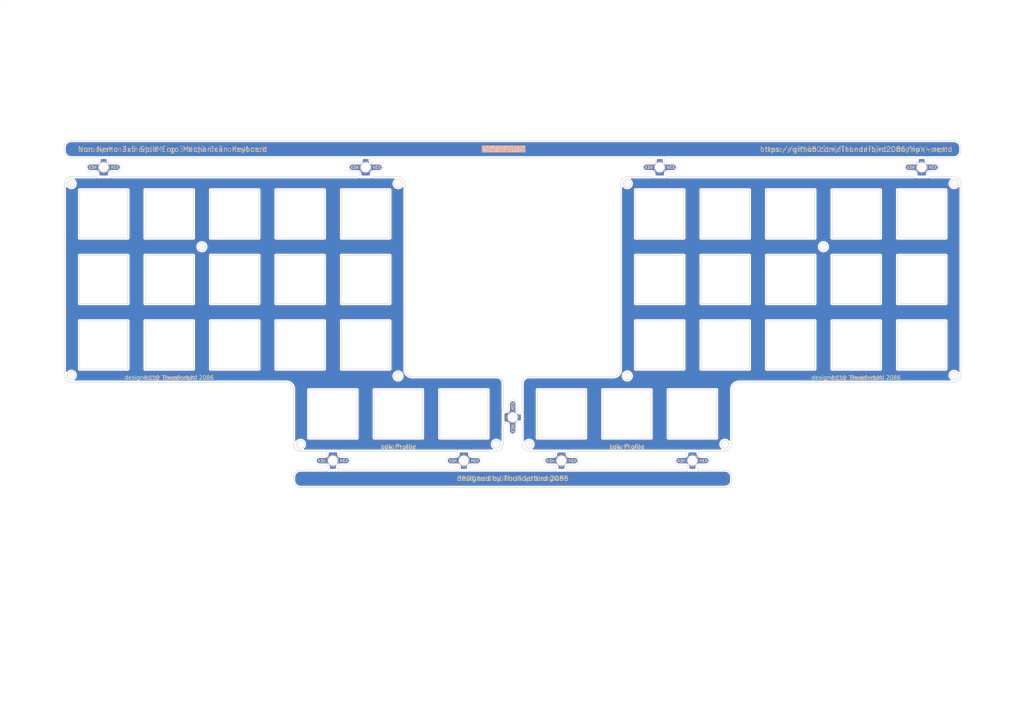
<source format=kicad_pcb>
(kicad_pcb (version 20240108) (generator "pcbnew") (generator_version "8.0")
  (title_block (title "top") (date "2025-04-06") (rev "0.1.6") (company "Allen Choi"))
  (layers (0 "F.Cu" signal) (31 "B.Cu" signal) (34 "B.Paste" user) (35 "F.Paste" user) (36 "B.SilkS" user "B.Silkscreen") (37 "F.SilkS" user "F.Silkscreen") (38 "B.Mask" user) (39 "F.Mask" user) (44 "Edge.Cuts" user))
  (net 0 "")
  (net 1 "GND")
  (footprint "mousebites_5p5mm_easysnap" (layer "F.Cu") (at 191.3 45.7 90)
    (property "Reference" "X9" (hide yes))
    (property "Value" "5.5mm" (hide yes))
    (fp_line (start -4 -3.9) (end -4 -2.4) (stroke (width 0.1)) (layer "Edge.Cuts"))
    (fp_line (start -1.5 -2.03) (end -1.5 -3.9) (stroke (width 0.1)) (layer "Edge.Cuts"))
    (fp_line (start -4 2.4) (end -4 3.9) (stroke (width 0.1)) (layer "Edge.Cuts"))
    (fp_line (start -1.5 3.9) (end -1.5 2.03) (stroke (width 0.1)) (layer "Edge.Cuts"))
    (fp_arc (start -4 -3.9) (mid -2.75 -5.15) (end -1.5 -3.9) (stroke (width 0.1)) (layer "Edge.Cuts"))
    (fp_arc (start -4 -2.4) (mid -4.75 -1.65) (end -5.5 -2.4) (stroke (width 0.1)) (layer "Edge.Cuts"))
    (fp_arc (start 0 -2.03) (mid -0.75 -1.28) (end -1.5 -2.03) (stroke (width 0.1)) (layer "Edge.Cuts"))
    (fp_arc (start -1.5 2.03) (mid -0.75 1.28) (end 0 2.03) (stroke (width 0.1)) (layer "Edge.Cuts"))
    (fp_arc (start -5.5 2.4) (mid -4.75 1.65) (end -4 2.4) (stroke (width 0.1)) (layer "Edge.Cuts"))
    (fp_arc (start -1.5 3.9) (mid -2.75 5.15) (end -4 3.9) (stroke (width 0.1)) (layer "Edge.Cuts"))
    (fp_text user "HEX" (at -2.75 -3.2 0) (layer "B.SilkS") (effects (font (size 0.8 0.8)) (justify mirror)))
    (fp_text user "HEX" (at -2.75 3.2 180) (layer "B.SilkS") (effects (font (size 0.8 0.8)) (justify mirror)))
    (fp_text user "HEX" (at -2.75 -3.2 180) (layer "F.SilkS") (effects (font (size 0.8 0.8))))
    (fp_text user "HEX" (at -2.75 3.2 0) (layer "F.SilkS") (effects (font (size 0.8 0.8))))
    (pad "" np_thru_hole circle (at -5.55 -1.48 270) (size 0.5 0.5) (drill 0.5) (layers "F&B.Cu" "*.Mask"))
    (pad "" np_thru_hole circle (at -5.55 -0.74 270) (size 0.5 0.5) (drill 0.5) (layers "F&B.Cu" "*.Mask"))
    (pad "" np_thru_hole circle (at -5.55 0 270) (size 0.5 0.5) (drill 0.5) (layers "F&B.Cu" "*.Mask"))
    (pad "" np_thru_hole circle (at -5.55 0.74 270) (size 0.5 0.5) (drill 0.5) (layers "F&B.Cu" "*.Mask"))
    (pad "" np_thru_hole circle (at -5.55 1.48 270) (size 0.5 0.5) (drill 0.5) (layers "F&B.Cu" "*.Mask"))
    (pad "" np_thru_hole circle (at -2.75 0 270) (size 2.4 2.4) (drill 2.4) (layers "F&B.Cu" "*.Mask"))
    (pad "" np_thru_hole circle (at 0.05 -1.11 90) (size 0.5 0.5) (drill 0.5) (layers "F&B.Cu" "*.Mask"))
    (pad "" np_thru_hole circle (at 0.05 -0.37 90) (size 0.5 0.5) (drill 0.5) (layers "F&B.Cu" "*.Mask"))
    (pad "" np_thru_hole circle (at 0.05 0.37 90) (size 0.5 0.5) (drill 0.5) (layers "F&B.Cu" "*.Mask"))
    (pad "" np_thru_hole circle (at 0.05 1.11 90) (size 0.5 0.5) (drill 0.5) (layers "F&B.Cu" "*.Mask"))
  )
  (footprint "mousebites_5p5mm_easysnap" (layer "F.Cu") (at 96.5 136.3 -90)
    (property "Reference" "X2" (hide yes))
    (property "Value" "5.5mm" (hide yes))
    (fp_line (start -1.5 3.9) (end -1.5 2.03) (stroke (width 0.1)) (layer "Edge.Cuts"))
    (fp_line (start -4 2.4) (end -4 3.9) (stroke (width 0.1)) (layer "Edge.Cuts"))
    (fp_line (start -1.5 -2.03) (end -1.5 -3.9) (stroke (width 0.1)) (layer "Edge.Cuts"))
    (fp_line (start -4 -3.9) (end -4 -2.4) (stroke (width 0.1)) (layer "Edge.Cuts"))
    (fp_arc (start -1.5 3.9) (mid -2.75 5.15) (end -4 3.9) (stroke (width 0.1)) (layer "Edge.Cuts"))
    (fp_arc (start -5.5 2.4) (mid -4.75 1.65) (end -4 2.4) (stroke (width 0.1)) (layer "Edge.Cuts"))
    (fp_arc (start -1.5 2.03) (mid -0.75 1.28) (end 0 2.03) (stroke (width 0.1)) (layer "Edge.Cuts"))
    (fp_arc (start 0 -2.03) (mid -0.75 -1.28) (end -1.5 -2.03) (stroke (width 0.1)) (layer "Edge.Cuts"))
    (fp_arc (start -4 -2.4) (mid -4.75 -1.65) (end -5.5 -2.4) (stroke (width 0.1)) (layer "Edge.Cuts"))
    (fp_arc (start -4 -3.9) (mid -2.75 -5.15) (end -1.5 -3.9) (stroke (width 0.1)) (layer "Edge.Cuts"))
    (fp_text user "HEX" (at -2.75 3.2 0) (layer "B.SilkS") (effects (font (size 0.8 0.8)) (justify mirror)))
    (fp_text user "HEX" (at -2.75 -3.2 180) (layer "B.SilkS") (effects (font (size 0.8 0.8)) (justify mirror)))
    (fp_text user "HEX" (at -2.75 3.2 180) (layer "F.SilkS") (effects (font (size 0.8 0.8))))
    (fp_text user "HEX" (at -2.75 -3.2 0) (layer "F.SilkS") (effects (font (size 0.8 0.8))))
    (pad "" np_thru_hole circle (at -5.55 -1.48 90) (size 0.5 0.5) (drill 0.5) (layers "F&B.Cu" "*.Mask"))
    (pad "" np_thru_hole circle (at -5.55 -0.74 90) (size 0.5 0.5) (drill 0.5) (layers "F&B.Cu" "*.Mask"))
    (pad "" np_thru_hole circle (at -5.55 0 90) (size 0.5 0.5) (drill 0.5) (layers "F&B.Cu" "*.Mask"))
    (pad "" np_thru_hole circle (at -5.55 0.74 90) (size 0.5 0.5) (drill 0.5) (layers "F&B.Cu" "*.Mask"))
    (pad "" np_thru_hole circle (at -5.55 1.48 90) (size 0.5 0.5) (drill 0.5) (layers "F&B.Cu" "*.Mask"))
    (pad "" np_thru_hole circle (at -2.75 0 90) (size 2.4 2.4) (drill 2.4) (layers "F&B.Cu" "*.Mask"))
    (pad "" np_thru_hole circle (at 0.05 -1.11 270) (size 0.5 0.5) (drill 0.5) (layers "F&B.Cu" "*.Mask"))
    (pad "" np_thru_hole circle (at 0.05 -0.37 270) (size 0.5 0.5) (drill 0.5) (layers "F&B.Cu" "*.Mask"))
    (pad "" np_thru_hole circle (at 0.05 0.37 270) (size 0.5 0.5) (drill 0.5) (layers "F&B.Cu" "*.Mask"))
    (pad "" np_thru_hole circle (at 0.05 1.11 270) (size 0.5 0.5) (drill 0.5) (layers "F&B.Cu" "*.Mask"))
  )
  (footprint "mousebites_5p5mm_easysnap" (layer "F.Cu") (at 30 45.7 90)
    (property "Reference" "X6" (hide yes))
    (property "Value" "5.5mm" (hide yes))
    (fp_line (start -4 -3.9) (end -4 -2.4) (stroke (width 0.1)) (layer "Edge.Cuts"))
    (fp_line (start -1.5 -2.03) (end -1.5 -3.9) (stroke (width 0.1)) (layer "Edge.Cuts"))
    (fp_line (start -4 2.4) (end -4 3.9) (stroke (width 0.1)) (layer "Edge.Cuts"))
    (fp_line (start -1.5 3.9) (end -1.5 2.03) (stroke (width 0.1)) (layer "Edge.Cuts"))
    (fp_arc (start -4 -3.9) (mid -2.75 -5.15) (end -1.5 -3.9) (stroke (width 0.1)) (layer "Edge.Cuts"))
    (fp_arc (start -4 -2.4) (mid -4.75 -1.65) (end -5.5 -2.4) (stroke (width 0.1)) (layer "Edge.Cuts"))
    (fp_arc (start 0 -2.03) (mid -0.75 -1.28) (end -1.5 -2.03) (stroke (width 0.1)) (layer "Edge.Cuts"))
    (fp_arc (start -1.5 2.03) (mid -0.75 1.28) (end 0 2.03) (stroke (width 0.1)) (layer "Edge.Cuts"))
    (fp_arc (start -5.5 2.4) (mid -4.75 1.65) (end -4 2.4) (stroke (width 0.1)) (layer "Edge.Cuts"))
    (fp_arc (start -1.5 3.9) (mid -2.75 5.15) (end -4 3.9) (stroke (width 0.1)) (layer "Edge.Cuts"))
    (fp_text user "HEX" (at -2.75 3.2 180) (layer "B.SilkS") (effects (font (size 0.8 0.8)) (justify mirror)))
    (fp_text user "HEX" (at -2.75 -3.2 0) (layer "B.SilkS") (effects (font (size 0.8 0.8)) (justify mirror)))
    (fp_text user "HEX" (at -2.75 3.2 0) (layer "F.SilkS") (effects (font (size 0.8 0.8))))
    (fp_text user "HEX" (at -2.75 -3.2 180) (layer "F.SilkS") (effects (font (size 0.8 0.8))))
    (pad "" np_thru_hole circle (at -5.55 -1.48 270) (size 0.5 0.5) (drill 0.5) (layers "F&B.Cu" "*.Mask"))
    (pad "" np_thru_hole circle (at -5.55 -0.74 270) (size 0.5 0.5) (drill 0.5) (layers "F&B.Cu" "*.Mask"))
    (pad "" np_thru_hole circle (at -5.55 0 270) (size 0.5 0.5) (drill 0.5) (layers "F&B.Cu" "*.Mask"))
    (pad "" np_thru_hole circle (at -5.55 0.74 270) (size 0.5 0.5) (drill 0.5) (layers "F&B.Cu" "*.Mask"))
    (pad "" np_thru_hole circle (at -5.55 1.48 270) (size 0.5 0.5) (drill 0.5) (layers "F&B.Cu" "*.Mask"))
    (pad "" np_thru_hole circle (at -2.75 0 270) (size 2.4 2.4) (drill 2.4) (layers "F&B.Cu" "*.Mask"))
    (pad "" np_thru_hole circle (at 0.05 -1.11 90) (size 0.5 0.5) (drill 0.5) (layers "F&B.Cu" "*.Mask"))
    (pad "" np_thru_hole circle (at 0.05 -0.37 90) (size 0.5 0.5) (drill 0.5) (layers "F&B.Cu" "*.Mask"))
    (pad "" np_thru_hole circle (at 0.05 0.37 90) (size 0.5 0.5) (drill 0.5) (layers "F&B.Cu" "*.Mask"))
    (pad "" np_thru_hole circle (at 0.05 1.11 90) (size 0.5 0.5) (drill 0.5) (layers "F&B.Cu" "*.Mask"))
  )
  (footprint "mousebites_5p5mm_easysnap" (layer "F.Cu") (at 200.8 136.3 -90)
    (property "Reference" "X4" (hide yes))
    (property "Value" "5.5mm" (hide yes))
    (fp_line (start -1.5 3.9) (end -1.5 2.03) (stroke (width 0.1)) (layer "Edge.Cuts"))
    (fp_line (start -4 2.4) (end -4 3.9) (stroke (width 0.1)) (layer "Edge.Cuts"))
    (fp_line (start -1.5 -2.03) (end -1.5 -3.9) (stroke (width 0.1)) (layer "Edge.Cuts"))
    (fp_line (start -4 -3.9) (end -4 -2.4) (stroke (width 0.1)) (layer "Edge.Cuts"))
    (fp_arc (start -1.5 3.9) (mid -2.75 5.15) (end -4 3.9) (stroke (width 0.1)) (layer "Edge.Cuts"))
    (fp_arc (start -5.5 2.4) (mid -4.75 1.65) (end -4 2.4) (stroke (width 0.1)) (layer "Edge.Cuts"))
    (fp_arc (start -1.5 2.03) (mid -0.75 1.28) (end 0 2.03) (stroke (width 0.1)) (layer "Edge.Cuts"))
    (fp_arc (start 0 -2.03) (mid -0.75 -1.28) (end -1.5 -2.03) (stroke (width 0.1)) (layer "Edge.Cuts"))
    (fp_arc (start -4 -2.4) (mid -4.75 -1.65) (end -5.5 -2.4) (stroke (width 0.1)) (layer "Edge.Cuts"))
    (fp_arc (start -4 -3.9) (mid -2.75 -5.15) (end -1.5 -3.9) (stroke (width 0.1)) (layer "Edge.Cuts"))
    (fp_text user "HEX" (at -2.75 3.2 0) (layer "B.SilkS") (effects (font (size 0.8 0.8)) (justify mirror)))
    (fp_text user "HEX" (at -2.75 -3.2 180) (layer "B.SilkS") (effects (font (size 0.8 0.8)) (justify mirror)))
    (fp_text user "HEX" (at -2.75 -3.2 0) (layer "F.SilkS") (effects (font (size 0.8 0.8))))
    (fp_text user "HEX" (at -2.75 3.2 180) (layer "F.SilkS") (effects (font (size 0.8 0.8))))
    (pad "" np_thru_hole circle (at -5.55 -1.48 90) (size 0.5 0.5) (drill 0.5) (layers "F&B.Cu" "*.Mask"))
    (pad "" np_thru_hole circle (at -5.55 -0.74 90) (size 0.5 0.5) (drill 0.5) (layers "F&B.Cu" "*.Mask"))
    (pad "" np_thru_hole circle (at -5.55 0 90) (size 0.5 0.5) (drill 0.5) (layers "F&B.Cu" "*.Mask"))
    (pad "" np_thru_hole circle (at -5.55 0.74 90) (size 0.5 0.5) (drill 0.5) (layers "F&B.Cu" "*.Mask"))
    (pad "" np_thru_hole circle (at -5.55 1.48 90) (size 0.5 0.5) (drill 0.5) (layers "F&B.Cu" "*.Mask"))
    (pad "" np_thru_hole circle (at -2.75 0 90) (size 2.4 2.4) (drill 2.4) (layers "F&B.Cu" "*.Mask"))
    (pad "" np_thru_hole circle (at 0.05 -1.11 270) (size 0.5 0.5) (drill 0.5) (layers "F&B.Cu" "*.Mask"))
    (pad "" np_thru_hole circle (at 0.05 -0.37 270) (size 0.5 0.5) (drill 0.5) (layers "F&B.Cu" "*.Mask"))
    (pad "" np_thru_hole circle (at 0.05 0.37 270) (size 0.5 0.5) (drill 0.5) (layers "F&B.Cu" "*.Mask"))
    (pad "" np_thru_hole circle (at 0.05 1.11 270) (size 0.5 0.5) (drill 0.5) (layers "F&B.Cu" "*.Mask"))
  )
  (footprint "mousebites_5p5mm_easysnap" (layer "F.Cu") (at 162.8 136.3 -90)
    (property "Reference" "X5" (hide yes))
    (property "Value" "5.5mm" (hide yes))
    (fp_line (start -1.5 3.9) (end -1.5 2.03) (stroke (width 0.1)) (layer "Edge.Cuts"))
    (fp_line (start -4 2.4) (end -4 3.9) (stroke (width 0.1)) (layer "Edge.Cuts"))
    (fp_line (start -1.5 -2.03) (end -1.5 -3.9) (stroke (width 0.1)) (layer "Edge.Cuts"))
    (fp_line (start -4 -3.9) (end -4 -2.4) (stroke (width 0.1)) (layer "Edge.Cuts"))
    (fp_arc (start -1.5 3.9) (mid -2.75 5.15) (end -4 3.9) (stroke (width 0.1)) (layer "Edge.Cuts"))
    (fp_arc (start -5.5 2.4) (mid -4.75 1.65) (end -4 2.4) (stroke (width 0.1)) (layer "Edge.Cuts"))
    (fp_arc (start -1.5 2.03) (mid -0.75 1.28) (end 0 2.03) (stroke (width 0.1)) (layer "Edge.Cuts"))
    (fp_arc (start 0 -2.03) (mid -0.75 -1.28) (end -1.5 -2.03) (stroke (width 0.1)) (layer "Edge.Cuts"))
    (fp_arc (start -4 -2.4) (mid -4.75 -1.65) (end -5.5 -2.4) (stroke (width 0.1)) (layer "Edge.Cuts"))
    (fp_arc (start -4 -3.9) (mid -2.75 -5.15) (end -1.5 -3.9) (stroke (width 0.1)) (layer "Edge.Cuts"))
    (fp_text user "HEX" (at -2.75 3.2 0) (layer "B.SilkS") (effects (font (size 0.8 0.8)) (justify mirror)))
    (fp_text user "HEX" (at -2.75 -3.2 180) (layer "B.SilkS") (effects (font (size 0.8 0.8)) (justify mirror)))
    (fp_text user "HEX" (at -2.75 3.2 180) (layer "F.SilkS") (effects (font (size 0.8 0.8))))
    (fp_text user "HEX" (at -2.75 -3.2 0) (layer "F.SilkS") (effects (font (size 0.8 0.8))))
    (pad "" np_thru_hole circle (at -5.55 -1.48 90) (size 0.5 0.5) (drill 0.5) (layers "F&B.Cu" "*.Mask"))
    (pad "" np_thru_hole circle (at -5.55 -0.74 90) (size 0.5 0.5) (drill 0.5) (layers "F&B.Cu" "*.Mask"))
    (pad "" np_thru_hole circle (at -5.55 0 90) (size 0.5 0.5) (drill 0.5) (layers "F&B.Cu" "*.Mask"))
    (pad "" np_thru_hole circle (at -5.55 0.74 90) (size 0.5 0.5) (drill 0.5) (layers "F&B.Cu" "*.Mask"))
    (pad "" np_thru_hole circle (at -5.55 1.48 90) (size 0.5 0.5) (drill 0.5) (layers "F&B.Cu" "*.Mask"))
    (pad "" np_thru_hole circle (at -2.75 0 90) (size 2.4 2.4) (drill 2.4) (layers "F&B.Cu" "*.Mask"))
    (pad "" np_thru_hole circle (at 0.05 -1.11 270) (size 0.5 0.5) (drill 0.5) (layers "F&B.Cu" "*.Mask"))
    (pad "" np_thru_hole circle (at 0.05 -0.37 270) (size 0.5 0.5) (drill 0.5) (layers "F&B.Cu" "*.Mask"))
    (pad "" np_thru_hole circle (at 0.05 0.37 270) (size 0.5 0.5) (drill 0.5) (layers "F&B.Cu" "*.Mask"))
    (pad "" np_thru_hole circle (at 0.05 1.11 270) (size 0.5 0.5) (drill 0.5) (layers "F&B.Cu" "*.Mask"))
  )
  (footprint "mousebites_5p5mm_easysnap" (layer "F.Cu") (at 151.4 121)
    (property "Reference" "X1" (hide yes))
    (property "Value" "5.5mm" (hide yes))
    (fp_line (start -4 -3.9) (end -4 -2.4) (stroke (width 0.1)) (layer "Edge.Cuts"))
    (fp_line (start -4 2.4) (end -4 3.9) (stroke (width 0.1)) (layer "Edge.Cuts"))
    (fp_line (start -1.5 -2.03) (end -1.5 -3.9) (stroke (width 0.1)) (layer "Edge.Cuts"))
    (fp_line (start -1.5 3.9) (end -1.5 2.03) (stroke (width 0.1)) (layer "Edge.Cuts"))
    (fp_arc (start -5.5 2.4) (mid -4.75 1.65) (end -4 2.4) (stroke (width 0.1)) (layer "Edge.Cuts"))
    (fp_arc (start -4 -3.9) (mid -2.75 -5.15) (end -1.5 -3.9) (stroke (width 0.1)) (layer "Edge.Cuts"))
    (fp_arc (start -4 -2.4) (mid -4.75 -1.65) (end -5.5 -2.4) (stroke (width 0.1)) (layer "Edge.Cuts"))
    (fp_arc (start -1.5 2.03) (mid -0.75 1.28) (end 0 2.03) (stroke (width 0.1)) (layer "Edge.Cuts"))
    (fp_arc (start -1.5 3.9) (mid -2.75 5.15) (end -4 3.9) (stroke (width 0.1)) (layer "Edge.Cuts"))
    (fp_arc (start 0 -2.03) (mid -0.75 -1.28) (end -1.5 -2.03) (stroke (width 0.1)) (layer "Edge.Cuts"))
    (fp_text user "HEX" (at -2.75 3.2 90) (layer "B.SilkS") (effects (font (size 0.8 0.8)) (justify mirror)))
    (fp_text user "HEX" (at -2.75 -3.2 -90) (layer "B.SilkS") (effects (font (size 0.8 0.8)) (justify mirror)))
    (fp_text user "HEX" (at -2.75 3.2 -90) (layer "F.SilkS") (effects (font (size 0.8 0.8))))
    (fp_text user "HEX" (at -2.75 -3.2 90) (layer "F.SilkS") (effects (font (size 0.8 0.8))))
    (pad "" np_thru_hole circle (at -5.55 -1.48 180) (size 0.5 0.5) (drill 0.5) (layers "F&B.Cu" "*.Mask"))
    (pad "" np_thru_hole circle (at -5.55 -0.74 180) (size 0.5 0.5) (drill 0.5) (layers "F&B.Cu" "*.Mask"))
    (pad "" np_thru_hole circle (at -5.55 0 180) (size 0.5 0.5) (drill 0.5) (layers "F&B.Cu" "*.Mask"))
    (pad "" np_thru_hole circle (at -5.55 0.74 180) (size 0.5 0.5) (drill 0.5) (layers "F&B.Cu" "*.Mask"))
    (pad "" np_thru_hole circle (at -5.55 1.48 180) (size 0.5 0.5) (drill 0.5) (layers "F&B.Cu" "*.Mask"))
    (pad "" np_thru_hole circle (at -2.75 0 180) (size 2.4 2.4) (drill 2.4) (layers "F&B.Cu" "*.Mask"))
    (pad "" np_thru_hole circle (at 0.05 -1.11) (size 0.5 0.5) (drill 0.5) (layers "F&B.Cu" "*.Mask"))
    (pad "" np_thru_hole circle (at 0.05 -0.37) (size 0.5 0.5) (drill 0.5) (layers "F&B.Cu" "*.Mask"))
    (pad "" np_thru_hole circle (at 0.05 0.37) (size 0.5 0.5) (drill 0.5) (layers "F&B.Cu" "*.Mask"))
    (pad "" np_thru_hole circle (at 0.05 1.11) (size 0.5 0.5) (drill 0.5) (layers "F&B.Cu" "*.Mask"))
  )
  (footprint "mousebites_5p5mm_easysnap" (layer "F.Cu") (at 134.5 136.3 -90)
    (property "Reference" "X3" (hide yes))
    (property "Value" "5.5mm" (hide yes))
    (fp_line (start -1.5 3.9) (end -1.5 2.03) (stroke (width 0.1)) (layer "Edge.Cuts"))
    (fp_line (start -4 2.4) (end -4 3.9) (stroke (width 0.1)) (layer "Edge.Cuts"))
    (fp_line (start -1.5 -2.03) (end -1.5 -3.9) (stroke (width 0.1)) (layer "Edge.Cuts"))
    (fp_line (start -4 -3.9) (end -4 -2.4) (stroke (width 0.1)) (layer "Edge.Cuts"))
    (fp_arc (start -1.5 3.9) (mid -2.75 5.15) (end -4 3.9) (stroke (width 0.1)) (layer "Edge.Cuts"))
    (fp_arc (start -5.5 2.4) (mid -4.75 1.65) (end -4 2.4) (stroke (width 0.1)) (layer "Edge.Cuts"))
    (fp_arc (start -1.5 2.03) (mid -0.75 1.28) (end 0 2.03) (stroke (width 0.1)) (layer "Edge.Cuts"))
    (fp_arc (start 0 -2.03) (mid -0.75 -1.28) (end -1.5 -2.03) (stroke (width 0.1)) (layer "Edge.Cuts"))
    (fp_arc (start -4 -2.4) (mid -4.75 -1.65) (end -5.5 -2.4) (stroke (width 0.1)) (layer "Edge.Cuts"))
    (fp_arc (start -4 -3.9) (mid -2.75 -5.15) (end -1.5 -3.9) (stroke (width 0.1)) (layer "Edge.Cuts"))
    (fp_text user "HEX" (at -2.75 3.2 0) (layer "B.SilkS") (effects (font (size 0.8 0.8)) (justify mirror)))
    (fp_text user "HEX" (at -2.75 -3.2 180) (layer "B.SilkS") (effects (font (size 0.8 0.8)) (justify mirror)))
    (fp_text user "HEX" (at -2.75 3.2 180) (layer "F.SilkS") (effects (font (size 0.8 0.8))))
    (fp_text user "HEX" (at -2.75 -3.2 0) (layer "F.SilkS") (effects (font (size 0.8 0.8))))
    (pad "" np_thru_hole circle (at -5.55 -1.48 90) (size 0.5 0.5) (drill 0.5) (layers "F&B.Cu" "*.Mask"))
    (pad "" np_thru_hole circle (at -5.55 -0.74 90) (size 0.5 0.5) (drill 0.5) (layers "F&B.Cu" "*.Mask"))
    (pad "" np_thru_hole circle (at -5.55 0 90) (size 0.5 0.5) (drill 0.5) (layers "F&B.Cu" "*.Mask"))
    (pad "" np_thru_hole circle (at -5.55 0.74 90) (size 0.5 0.5) (drill 0.5) (layers "F&B.Cu" "*.Mask"))
    (pad "" np_thru_hole circle (at -5.55 1.48 90) (size 0.5 0.5) (drill 0.5) (layers "F&B.Cu" "*.Mask"))
    (pad "" np_thru_hole circle (at -2.75 0 90) (size 2.4 2.4) (drill 2.4) (layers "F&B.Cu" "*.Mask"))
    (pad "" np_thru_hole circle (at 0.05 -1.11 270) (size 0.5 0.5) (drill 0.5) (layers "F&B.Cu" "*.Mask"))
    (pad "" np_thru_hole circle (at 0.05 -0.37 270) (size 0.5 0.5) (drill 0.5) (layers "F&B.Cu" "*.Mask"))
    (pad "" np_thru_hole circle (at 0.05 0.37 270) (size 0.5 0.5) (drill 0.5) (layers "F&B.Cu" "*.Mask"))
    (pad "" np_thru_hole circle (at 0.05 1.11 270) (size 0.5 0.5) (drill 0.5) (layers "F&B.Cu" "*.Mask"))
  )
  (footprint "mousebites_5p5mm_easysnap" (layer "F.Cu") (at 267.3 45.7 90)
    (property "Reference" "X8" (hide yes))
    (property "Value" "5.5mm" (hide yes))
    (fp_line (start -4 -3.9) (end -4 -2.4) (stroke (width 0.1)) (layer "Edge.Cuts"))
    (fp_line (start -1.5 -2.03) (end -1.5 -3.9) (stroke (width 0.1)) (layer "Edge.Cuts"))
    (fp_line (start -4 2.4) (end -4 3.9) (stroke (width 0.1)) (layer "Edge.Cuts"))
    (fp_line (start -1.5 3.9) (end -1.5 2.03) (stroke (width 0.1)) (layer "Edge.Cuts"))
    (fp_arc (start -4 -3.9) (mid -2.75 -5.15) (end -1.5 -3.9) (stroke (width 0.1)) (layer "Edge.Cuts"))
    (fp_arc (start -4 -2.4) (mid -4.75 -1.65) (end -5.5 -2.4) (stroke (width 0.1)) (layer "Edge.Cuts"))
    (fp_arc (start 0 -2.03) (mid -0.75 -1.28) (end -1.5 -2.03) (stroke (width 0.1)) (layer "Edge.Cuts"))
    (fp_arc (start -1.5 2.03) (mid -0.75 1.28) (end 0 2.03) (stroke (width 0.1)) (layer "Edge.Cuts"))
    (fp_arc (start -5.5 2.4) (mid -4.75 1.65) (end -4 2.4) (stroke (width 0.1)) (layer "Edge.Cuts"))
    (fp_arc (start -1.5 3.9) (mid -2.75 5.15) (end -4 3.9) (stroke (width 0.1)) (layer "Edge.Cuts"))
    (fp_text user "HEX" (at -2.75 3.2 180) (layer "B.SilkS") (effects (font (size 0.8 0.8)) (justify mirror)))
    (fp_text user "HEX" (at -2.75 -3.2 0) (layer "B.SilkS") (effects (font (size 0.8 0.8)) (justify mirror)))
    (fp_text user "HEX" (at -2.75 3.2 0) (layer "F.SilkS") (effects (font (size 0.8 0.8))))
    (fp_text user "HEX" (at -2.75 -3.2 180) (layer "F.SilkS") (effects (font (size 0.8 0.8))))
    (pad "" np_thru_hole circle (at -5.55 -1.48 270) (size 0.5 0.5) (drill 0.5) (layers "F&B.Cu" "*.Mask"))
    (pad "" np_thru_hole circle (at -5.55 -0.74 270) (size 0.5 0.5) (drill 0.5) (layers "F&B.Cu" "*.Mask"))
    (pad "" np_thru_hole circle (at -5.55 0 270) (size 0.5 0.5) (drill 0.5) (layers "F&B.Cu" "*.Mask"))
    (pad "" np_thru_hole circle (at -5.55 0.74 270) (size 0.5 0.5) (drill 0.5) (layers "F&B.Cu" "*.Mask"))
    (pad "" np_thru_hole circle (at -5.55 1.48 270) (size 0.5 0.5) (drill 0.5) (layers "F&B.Cu" "*.Mask"))
    (pad "" np_thru_hole circle (at -2.75 0 270) (size 2.4 2.4) (drill 2.4) (layers "F&B.Cu" "*.Mask"))
    (pad "" np_thru_hole circle (at 0.05 -1.11 90) (size 0.5 0.5) (drill 0.5) (layers "F&B.Cu" "*.Mask"))
    (pad "" np_thru_hole circle (at 0.05 -0.37 90) (size 0.5 0.5) (drill 0.5) (layers "F&B.Cu" "*.Mask"))
    (pad "" np_thru_hole circle (at 0.05 0.37 90) (size 0.5 0.5) (drill 0.5) (layers "F&B.Cu" "*.Mask"))
    (pad "" np_thru_hole circle (at 0.05 1.11 90) (size 0.5 0.5) (drill 0.5) (layers "F&B.Cu" "*.Mask"))
  )
  (footprint "mousebites_5p5mm_easysnap" (layer "F.Cu") (at 106 45.7 90)
    (property "Reference" "X7" (hide yes))
    (property "Value" "5.5mm" (hide yes))
    (fp_line (start -4 -3.9) (end -4 -2.4) (stroke (width 0.1)) (layer "Edge.Cuts"))
    (fp_line (start -1.5 -2.03) (end -1.5 -3.9) (stroke (width 0.1)) (layer "Edge.Cuts"))
    (fp_line (start -4 2.4) (end -4 3.9) (stroke (width 0.1)) (layer "Edge.Cuts"))
    (fp_line (start -1.5 3.9) (end -1.5 2.03) (stroke (width 0.1)) (layer "Edge.Cuts"))
    (fp_arc (start -4 -3.9) (mid -2.75 -5.15) (end -1.5 -3.9) (stroke (width 0.1)) (layer "Edge.Cuts"))
    (fp_arc (start -4 -2.4) (mid -4.75 -1.65) (end -5.5 -2.4) (stroke (width 0.1)) (layer "Edge.Cuts"))
    (fp_arc (start 0 -2.03) (mid -0.75 -1.28) (end -1.5 -2.03) (stroke (width 0.1)) (layer "Edge.Cuts"))
    (fp_arc (start -1.5 2.03) (mid -0.75 1.28) (end 0 2.03) (stroke (width 0.1)) (layer "Edge.Cuts"))
    (fp_arc (start -5.5 2.4) (mid -4.75 1.65) (end -4 2.4) (stroke (width 0.1)) (layer "Edge.Cuts"))
    (fp_arc (start -1.5 3.9) (mid -2.75 5.15) (end -4 3.9) (stroke (width 0.1)) (layer "Edge.Cuts"))
    (fp_text user "HEX" (at -2.75 3.2 180) (layer "B.SilkS") (effects (font (size 0.8 0.8)) (justify mirror)))
    (fp_text user "HEX" (at -2.75 -3.2 0) (layer "B.SilkS") (effects (font (size 0.8 0.8)) (justify mirror)))
    (fp_text user "HEX" (at -2.75 3.2 0) (layer "F.SilkS") (effects (font (size 0.8 0.8))))
    (fp_text user "HEX" (at -2.75 -3.2 180) (layer "F.SilkS") (effects (font (size 0.8 0.8))))
    (pad "" np_thru_hole circle (at -5.55 -1.48 270) (size 0.5 0.5) (drill 0.5) (layers "F&B.Cu" "*.Mask"))
    (pad "" np_thru_hole circle (at -5.55 -0.74 270) (size 0.5 0.5) (drill 0.5) (layers "F&B.Cu" "*.Mask"))
    (pad "" np_thru_hole circle (at -5.55 0 270) (size 0.5 0.5) (drill 0.5) (layers "F&B.Cu" "*.Mask"))
    (pad "" np_thru_hole circle (at -5.55 0.74 270) (size 0.5 0.5) (drill 0.5) (layers "F&B.Cu" "*.Mask"))
    (pad "" np_thru_hole circle (at -5.55 1.48 270) (size 0.5 0.5) (drill 0.5) (layers "F&B.Cu" "*.Mask"))
    (pad "" np_thru_hole circle (at -2.75 0 270) (size 2.4 2.4) (drill 2.4) (layers "F&B.Cu" "*.Mask"))
    (pad "" np_thru_hole circle (at 0.05 -1.11 90) (size 0.5 0.5) (drill 0.5) (layers "F&B.Cu" "*.Mask"))
    (pad "" np_thru_hole circle (at 0.05 -0.37 90) (size 0.5 0.5) (drill 0.5) (layers "F&B.Cu" "*.Mask"))
    (pad "" np_thru_hole circle (at 0.05 0.37 90) (size 0.5 0.5) (drill 0.5) (layers "F&B.Cu" "*.Mask"))
    (pad "" np_thru_hole circle (at 0.05 1.11 90) (size 0.5 0.5) (drill 0.5) (layers "F&B.Cu" "*.Mask"))
  )
  (gr_line (start 98.53 136.3) (end 132.47 136.3) (stroke (width 0.15)) (layer "Edge.Cuts"))
  (gr_line (start 119.4 109.2) (end 143.9 109.2) (stroke (width 0.15)) (layer "Edge.Cuts"))
  (gr_line (start 260.3 93) (end 260.3 107) (stroke (width 0.15)) (layer "Edge.Cuts"))
  (gr_line (start 155.8 113) (end 155.8 127) (stroke (width 0.15)) (layer "Edge.Cuts"))
  (gr_arc (start 145.9 128.8) (mid 145.314214 130.214214) (end 143.9 130.8) (stroke (width 0.15)) (layer "Edge.Cuts"))
  (gr_arc (start 87.1 130.8) (mid 85.685786 130.214214) (end 85.1 128.8) (stroke (width 0.15)) (layer "Edge.Cuts"))
  (gr_line (start 236.3 55) (end 222.3 55) (stroke (width 0.15)) (layer "Edge.Cuts"))
  (gr_line (start 56 69) (end 56 55) (stroke (width 0.15)) (layer "Edge.Cuts"))
  (gr_line (start 85.1 112.8) (end 85.1 128.8) (stroke (width 0.15)) (layer "Edge.Cuts"))
  (gr_line (start 23 93) (end 23 107) (stroke (width 0.15)) (layer "Edge.Cuts"))
  (gr_line (start 32.03 45.7) (end 103.97 45.7) (stroke (width 0.15)) (layer "Edge.Cuts"))
  (gr_arc (start 83.1 110.8) (mid 84.514214 111.385786) (end 85.1 112.8) (stroke (width 0.15)) (layer "Edge.Cuts"))
  (gr_line (start 61 55) (end 61 69) (stroke (width 0.15)) (layer "Edge.Cuts"))
  (gr_line (start 94 107) (end 94 93) (stroke (width 0.15)) (layer "Edge.Cuts"))
  (gr_line (start 212.2 139.3) (end 212.2 138.3) (stroke (width 0.15)) (layer "Edge.Cuts"))
  (gr_circle (center 153.4 128.8) (end 154.55 128.8) (stroke (width 0.15)) (fill none) (layer "Edge.Cuts"))
  (gr_line (start 37 74) (end 23 74) (stroke (width 0.15)) (layer "Edge.Cuts"))
  (gr_arc (start 20.6 110.8) (mid 19.185786 110.214214) (end 18.6 108.8) (stroke (width 0.15)) (layer "Edge.Cuts"))
  (gr_line (start 85.1 138.3) (end 85.1 139.3) (stroke (width 0.15)) (layer "Edge.Cuts"))
  (gr_line (start 274.3 69) (end 274.3 55) (stroke (width 0.15)) (layer "Edge.Cuts"))
  (gr_line (start 37 88) (end 37 74) (stroke (width 0.15)) (layer "Edge.Cuts"))
  (gr_circle (center 20.6 53.2) (end 21.75 53.2) (stroke (width 0.15)) (fill none) (layer "Edge.Cuts"))
  (gr_line (start 143.9 130.8) (end 136.9 130.8) (stroke (width 0.15)) (layer "Edge.Cuts"))
  (gr_line (start 42 88) (end 56 88) (stroke (width 0.15)) (layer "Edge.Cuts"))
  (gr_line (start 80 74) (end 80 88) (stroke (width 0.15)) (layer "Edge.Cuts"))
  (gr_circle (center 20.6 108.8) (end 21.75 108.8) (stroke (width 0.15)) (fill none) (layer "Edge.Cuts"))
  (gr_line (start 117.4 107.2) (end 117.4 53.2) (stroke (width 0.15)) (layer "Edge.Cuts"))
  (gr_line (start 214.2 110.8) (end 276.7 110.8) (stroke (width 0.15)) (layer "Edge.Cuts"))
  (gr_circle (center 276.7 53.2) (end 277.85 53.2) (stroke (width 0.15)) (fill none) (layer "Edge.Cuts"))
  (gr_line (start 198.3 55) (end 184.3 55) (stroke (width 0.15)) (layer "Edge.Cuts"))
  (gr_line (start 56 55) (end 42 55) (stroke (width 0.15)) (layer "Edge.Cuts"))
  (gr_arc (start 278.65 43.7) (mid 278.064214 45.114214) (end 276.65 45.7) (stroke (width 0.15)) (layer "Edge.Cuts"))
  (gr_line (start 260.3 69) (end 274.3 69) (stroke (width 0.15)) (layer "Edge.Cuts"))
  (gr_line (start 198.3 107) (end 198.3 93) (stroke (width 0.15)) (layer "Edge.Cuts"))
  (gr_line (start 99 74) (end 99 88) (stroke (width 0.15)) (layer "Edge.Cuts"))
  (gr_line (start 113 55) (end 99 55) (stroke (width 0.15)) (layer "Edge.Cuts"))
  (gr_line (start 80 93) (end 80 107) (stroke (width 0.15)) (layer "Edge.Cuts"))
  (gr_line (start 179.9 107.2) (end 179.9 53.2) (stroke (width 0.15)) (layer "Edge.Cuts"))
  (gr_line (start 122.5 127) (end 122.5 113) (stroke (width 0.15)) (layer "Edge.Cuts"))
  (gr_line (start 113 69) (end 113 55) (stroke (width 0.15)) (layer "Edge.Cuts"))
  (gr_line (start 151.4 111.2) (end 151.4 118.97) (stroke (width 0.15)) (layer "Edge.Cuts"))
  (gr_line (start 241.3 74) (end 241.3 88) (stroke (width 0.15)) (layer "Edge.Cuts"))
  (gr_line (start 103.5 113) (end 89.5 113) (stroke (width 0.15)) (layer "Edge.Cuts"))
  (gr_arc (start 115.4 51.2) (mid 116.814214 51.785786) (end 117.4 53.2) (stroke (width 0.15)) (layer "Edge.Cuts"))
  (gr_line (start 184.3 74) (end 184.3 88) (stroke (width 0.15)) (layer "Edge.Cuts"))
  (gr_line (start 241.3 69) (end 255.3 69) (stroke (width 0.15)) (layer "Edge.Cuts"))
  (gr_line (start 255.3 93) (end 241.3 93) (stroke (width 0.15)) (layer "Edge.Cuts"))
  (gr_line (start 37 107) (end 37 93) (stroke (width 0.15)) (layer "Edge.Cuts"))
  (gr_line (start 198.3 69) (end 198.3 55) (stroke (width 0.15)) (layer "Edge.Cuts"))
  (gr_line (start 23 69) (end 37 69) (stroke (width 0.15)) (layer "Edge.Cuts"))
  (gr_line (start 94 74) (end 80 74) (stroke (width 0.15)) (layer "Edge.Cuts"))
  (gr_arc (start 143.9 109.2) (mid 145.314214 109.785786) (end 145.9 111.2) (stroke (width 0.15)) (layer "Edge.Cuts"))
  (gr_line (start 222.3 88) (end 236.3 88) (stroke (width 0.15)) (layer "Edge.Cuts"))
  (gr_line (start 80 69) (end 94 69) (stroke (width 0.15)) (layer "Edge.Cuts"))
  (gr_line (start 241.3 88) (end 255.3 88) (stroke (width 0.15)) (layer "Edge.Cuts"))
  (gr_line (start 276.65 40.7) (end 20.55 40.7) (stroke (width 0.15)) (layer "Edge.Cuts"))
  (gr_line (start 145.9 128.8) (end 145.9 123.4) (stroke (width 0.15)) (layer "Edge.Cuts"))
  (gr_line (start 75 88) (end 75 74) (stroke (width 0.15)) (layer "Edge.Cuts"))
  (gr_line (start 198.4 130.8) (end 165.2 130.8) (stroke (width 0.15)) (layer "Edge.Cuts"))
  (gr_line (start 207.8 127) (end 207.8 113) (stroke (width 0.15)) (layer "Edge.Cuts"))
  (gr_line (start 108.5 127) (end 122.5 127) (stroke (width 0.15)) (layer "Edge.Cuts"))
  (gr_line (start 236.3 69) (end 236.3 55) (stroke (width 0.15)) (layer "Edge.Cuts"))
  (gr_line (start 255.3 74) (end 241.3 74) (stroke (width 0.15)) (layer "Edge.Cuts"))
  (gr_line (start 217.3 69) (end 217.3 55) (stroke (width 0.15)) (layer "Edge.Cuts"))
  (gr_line (start 61 107) (end 75 107) (stroke (width 0.15)) (layer "Edge.Cuts"))
  (gr_line (start 127.5 113) (end 127.5 127) (stroke (width 0.15)) (layer "Edge.Cuts"))
  (gr_line (start 23 107) (end 37 107) (stroke (width 0.15)) (layer "Edge.Cuts"))
  (gr_line (start 0 0) (end 0 0) (stroke (width 0.15)) (layer "Edge.Cuts"))
  (gr_line (start 37 55) (end 23 55) (stroke (width 0.15)) (layer "Edge.Cuts"))
  (gr_line (start 32.4 51.2) (end 103.6 51.2) (stroke (width 0.15)) (layer "Edge.Cuts"))
  (gr_arc (start 179.9 53.2) (mid 180.485786 51.785786) (end 181.9 51.2) (stroke (width 0.15)) (layer "Edge.Cuts"))
  (gr_line (start 217.3 88) (end 217.3 74) (stroke (width 0.15)) (layer "Edge.Cuts"))
  (gr_line (start 198.3 88) (end 198.3 74) (stroke (width 0.15)) (layer "Edge.Cuts"))
  (gr_line (start 217.3 55) (end 203.3 55) (stroke (width 0.15)) (layer "Edge.Cuts"))
  (gr_line (start 75 107) (end 75 93) (stroke (width 0.15)) (layer "Edge.Cuts"))
  (gr_line (start 94 69) (end 94 55) (stroke (width 0.15)) (layer "Edge.Cuts"))
  (gr_line (start 42 74) (end 42 88) (stroke (width 0.15)) (layer "Edge.Cuts"))
  (gr_line (start 155.8 127) (end 169.8 127) (stroke (width 0.15)) (layer "Edge.Cuts"))
  (gr_line (start 193.33 45.7) (end 265.27 45.7) (stroke (width 0.15)) (layer "Edge.Cuts"))
  (gr_line (start 269.33 45.7) (end 276.65 45.7) (stroke (width 0.15)) (layer "Edge.Cuts"))
  (gr_line (start 241.3 93) (end 241.3 107) (stroke (width 0.15)) (layer "Edge.Cuts"))
  (gr_circle (center 238.8 71.5) (end 239.95 71.5) (stroke (width 0.15)) (fill none) (layer "Edge.Cuts"))
  (gr_line (start 184.3 88) (end 198.3 88) (stroke (width 0.15)) (layer "Edge.Cuts"))
  (gr_line (start 260.3 88) (end 274.3 88) (stroke (width 0.15)) (layer "Edge.Cuts"))
  (gr_circle (center 181.9 53.2) (end 183.05 53.2) (stroke (width 0.15)) (fill none) (layer "Edge.Cuts"))
  (gr_arc (start 20.55 45.7) (mid 19.135786 45.114214) (end 18.55 43.7) (stroke (width 0.15)) (layer "Edge.Cuts"))
  (gr_line (start 174.8 127) (end 188.8 127) (stroke (width 0.15)) (layer "Edge.Cuts"))
  (gr_line (start 236.3 88) (end 236.3 74) (stroke (width 0.15)) (layer "Edge.Cuts"))
  (gr_line (start 20.6 110.8) (end 83.1 110.8) (stroke (width 0.15)) (layer "Edge.Cuts"))
  (gr_line (start 75 69) (end 75 55) (stroke (width 0.15)) (layer "Edge.Cuts"))
  (gr_circle (center 58.5 71.5) (end 59.65 71.5) (stroke (width 0.15)) (fill none) (layer "Edge.Cuts"))
  (gr_line (start 203.3 74) (end 203.3 88) (stroke (width 0.15)) (layer "Edge.Cuts"))
  (gr_circle (center 276.7 108.8) (end 277.85 108.8) (stroke (width 0.15)) (fill none) (layer "Edge.Cuts"))
  (gr_line (start 145.9 118.6) (end 145.9 111.2) (stroke (width 0.15)) (layer "Edge.Cuts"))
  (gr_line (start 20.55 45.7) (end 27.97 45.7) (stroke (width 0.15)) (layer "Edge.Cuts"))
  (gr_line (start 255.3 55) (end 241.3 55) (stroke (width 0.15)) (layer "Edge.Cuts"))
  (gr_line (start 203.2 130.8) (end 210.2 130.8) (stroke (width 0.15)) (layer "Edge.Cuts"))
  (gr_line (start 113 93) (end 99 93) (stroke (width 0.15)) (layer "Edge.Cuts"))
  (gr_line (start 153.4 109.2) (end 177.9 109.2) (stroke (width 0.15)) (layer "Edge.Cuts"))
  (gr_line (start 188.8 127) (end 188.8 113) (stroke (width 0.15)) (layer "Edge.Cuts"))
  (gr_line (start 42 55) (end 42 69) (stroke (width 0.15)) (layer "Edge.Cuts"))
  (gr_line (start 260.3 55) (end 260.3 69) (stroke (width 0.15)) (layer "Edge.Cuts"))
  (gr_line (start 236.3 93) (end 222.3 93) (stroke (width 0.15)) (layer "Edge.Cuts"))
  (gr_arc (start 87.1 141.3) (mid 85.685786 140.714214) (end 85.1 139.3) (stroke (width 0.15)) (layer "Edge.Cuts"))
  (gr_line (start 193.7 51.2) (end 264.9 51.2) (stroke (width 0.15)) (layer "Edge.Cuts"))
  (gr_line (start 132.1 130.8) (end 98.9 130.8) (stroke (width 0.15)) (layer "Edge.Cuts"))
  (gr_line (start 18.6 108.8) (end 18.6 53.2) (stroke (width 0.15)) (layer "Edge.Cuts"))
  (gr_line (start 23 55) (end 23 69) (stroke (width 0.15)) (layer "Edge.Cuts"))
  (gr_line (start 274.3 88) (end 274.3 74) (stroke (width 0.15)) (layer "Edge.Cuts"))
  (gr_line (start 164.83 136.3) (end 198.77 136.3) (stroke (width 0.15)) (layer "Edge.Cuts"))
  (gr_line (start 278.65 43.7) (end 278.65 42.7) (stroke (width 0.15)) (layer "Edge.Cuts"))
  (gr_line (start 0 0) (end 0 0) (stroke (width 0.15)) (layer "Edge.Cuts"))
  (gr_arc (start 276.7 51.2) (mid 278.114214 51.785786) (end 278.7 53.2) (stroke (width 0.15)) (layer "Edge.Cuts"))
  (gr_line (start 260.3 74) (end 260.3 88) (stroke (width 0.15)) (layer "Edge.Cuts"))
  (gr_arc (start 278.7 108.8) (mid 278.114214 110.214214) (end 276.7 110.8) (stroke (width 0.15)) (layer "Edge.Cuts"))
  (gr_arc (start 119.4 109.2) (mid 117.985786 108.614214) (end 117.4 107.2) (stroke (width 0.15)) (layer "Edge.Cuts"))
  (gr_line (start 222.3 93) (end 222.3 107) (stroke (width 0.15)) (layer "Edge.Cuts"))
  (gr_line (start 184.3 107) (end 198.3 107) (stroke (width 0.15)) (layer "Edge.Cuts"))
  (gr_line (start 56 88) (end 56 74) (stroke (width 0.15)) (layer "Edge.Cuts"))
  (gr_line (start 94 55) (end 80 55) (stroke (width 0.15)) (layer "Edge.Cuts"))
  (gr_line (start 274.3 93) (end 260.3 93) (stroke (width 0.15)) (layer "Edge.Cuts"))
  (gr_arc (start 212.2 112.8) (mid 212.785786 111.385786) (end 214.2 110.8) (stroke (width 0.15)) (layer "Edge.Cuts"))
  (gr_line (start 42 69) (end 56 69) (stroke (width 0.15)) (layer "Edge.Cuts"))
  (gr_line (start 255.3 69) (end 255.3 55) (stroke (width 0.15)) (layer "Edge.Cuts"))
  (gr_arc (start 179.9 107.2) (mid 179.314214 108.614214) (end 177.9 109.2) (stroke (width 0.15)) (layer "Edge.Cuts"))
  (gr_line (start 42 107) (end 56 107) (stroke (width 0.15)) (layer "Edge.Cuts"))
  (gr_line (start 203.3 55) (end 203.3 69) (stroke (width 0.15)) (layer "Edge.Cuts"))
  (gr_line (start 75 55) (end 61 55) (stroke (width 0.15)) (layer "Edge.Cuts"))
  (gr_line (start 184.3 93) (end 184.3 107) (stroke (width 0.15)) (layer "Edge.Cuts"))
  (gr_line (start 217.3 93) (end 203.3 93) (stroke (width 0.15)) (layer "Edge.Cuts"))
  (gr_line (start 37 69) (end 37 55) (stroke (width 0.15)) (layer "Edge.Cuts"))
  (gr_line (start 89.5 127) (end 103.5 127) (stroke (width 0.15)) (layer "Edge.Cuts"))
  (gr_line (start 274.3 107) (end 274.3 93) (stroke (width 0.15)) (layer "Edge.Cuts"))
  (gr_line (start 108.03 45.7) (end 189.27 45.7) (stroke (width 0.15)) (layer "Edge.Cuts"))
  (gr_line (start 99 93) (end 99 107) (stroke (width 0.15)) (layer "Edge.Cuts"))
  (gr_line (start 75 93) (end 61 93) (stroke (width 0.15)) (layer "Edge.Cuts"))
  (gr_line (start 103.5 127) (end 103.5 113) (stroke (width 0.15)) (layer "Edge.Cuts"))
  (gr_line (start 193.8 127) (end 207.8 127) (stroke (width 0.15)) (layer "Edge.Cuts"))
  (gr_arc (start 18.6 53.2) (mid 19.185786 51.785786) (end 20.6 51.2) (stroke (width 0.15)) (layer "Edge.Cuts"))
  (gr_arc (start 212.2 139.3) (mid 211.614214 140.714214) (end 210.2 141.3) (stroke (width 0.15)) (layer "Edge.Cuts"))
  (gr_line (start 108.5 113) (end 108.5 127) (stroke (width 0.15)) (layer "Edge.Cuts"))
  (gr_line (start 222.3 107) (end 236.3 107) (stroke (width 0.15)) (layer "Edge.Cuts"))
  (gr_line (start 198.3 93) (end 184.3 93) (stroke (width 0.15)) (layer "Edge.Cuts"))
  (gr_line (start 136.53 136.3) (end 160.77 136.3) (stroke (width 0.15)) (layer "Edge.Cuts"))
  (gr_line (start 188.8 113) (end 174.8 113) (stroke (width 0.15)) (layer "Edge.Cuts"))
  (gr_line (start 99 107) (end 113 107) (stroke (width 0.15)) (layer "Edge.Cuts"))
  (gr_line (start 160.4 130.8) (end 153.4 130.8) (stroke (width 0.15)) (layer "Edge.Cuts"))
  (gr_line (start 122.5 113) (end 108.5 113) (stroke (width 0.15)) (layer "Edge.Cuts"))
  (gr_line (start 89.5 113) (end 89.5 127) (stroke (width 0.15)) (layer "Edge.Cuts"))
  (gr_line (start 207.8 113) (end 193.8 113) (stroke (width 0.15)) (layer "Edge.Cuts"))
  (gr_line (start 203.3 93) (end 203.3 107) (stroke (width 0.15)) (layer "Edge.Cuts"))
  (gr_line (start 193.8 113) (end 193.8 127) (stroke (width 0.15)) (layer "Edge.Cuts"))
  (gr_line (start 94.47 136.3) (end 87.1 136.3) (stroke (width 0.15)) (layer "Edge.Cuts"))
  (gr_line (start 181.9 51.2) (end 188.9 51.2) (stroke (width 0.15)) (layer "Edge.Cuts"))
  (gr_circle (center 115.4 53.2) (end 116.55 53.2) (stroke (width 0.15)) (fill none) (layer "Edge.Cuts"))
  (gr_line (start 56 107) (end 56 93) (stroke (width 0.15)) (layer "Edge.Cuts"))
  (gr_line (start 141.5 127) (end 141.5 113) (stroke (width 0.15)) (layer "Edge.Cuts"))
  (gr_line (start 113 88) (end 113 74) (stroke (width 0.15)) (layer "Edge.Cuts"))
  (gr_circle (center 210.2 128.8) (end 211.35 128.8) (stroke (width 0.15)) (fill none) (layer "Edge.Cuts"))
  (gr_line (start 203.3 107) (end 217.3 107) (stroke (width 0.15)) (layer "Edge.Cuts"))
  (gr_arc (start 18.55 42.7) (mid 19.135786 41.285786) (end 20.55 40.7) (stroke (width 0.15)) (layer "Edge.Cuts"))
  (gr_line (start 241.3 55) (end 241.3 69) (stroke (width 0.15)) (layer "Edge.Cuts"))
  (gr_line (start 80 88) (end 94 88) (stroke (width 0.15)) (layer "Edge.Cuts"))
  (gr_line (start 202.83 136.3) (end 210.2 136.3) (stroke (width 0.15)) (layer "Edge.Cuts"))
  (gr_line (start 198.3 74) (end 184.3 74) (stroke (width 0.15)) (layer "Edge.Cuts"))
  (gr_line (start 18.55 42.7) (end 18.55 43.7) (stroke (width 0.15)) (layer "Edge.Cuts"))
  (gr_arc (start 153.4 130.8) (mid 151.985786 130.214214) (end 151.4 128.8) (stroke (width 0.15)) (layer "Edge.Cuts"))
  (gr_line (start 217.3 107) (end 217.3 93) (stroke (width 0.15)) (layer "Edge.Cuts"))
  (gr_line (start 127.5 127) (end 141.5 127) (stroke (width 0.15)) (layer "Edge.Cuts"))
  (gr_line (start 222.3 69) (end 236.3 69) (stroke (width 0.15)) (layer "Edge.Cuts"))
  (gr_line (start 87.1 141.3) (end 210.2 141.3) (stroke (width 0.15)) (layer "Edge.Cuts"))
  (gr_line (start 80 107) (end 94 107) (stroke (width 0.15)) (layer "Edge.Cuts"))
  (gr_line (start 113 107) (end 113 93) (stroke (width 0.15)) (layer "Edge.Cuts"))
  (gr_line (start 222.3 74) (end 222.3 88) (stroke (width 0.15)) (layer "Edge.Cuts"))
  (gr_arc (start 276.65 40.7) (mid 278.064214 41.285786) (end 278.65 42.7) (stroke (width 0.15)) (layer "Edge.Cuts"))
  (gr_line (start 108.4 51.2) (end 115.4 51.2) (stroke (width 0.15)) (layer "Edge.Cuts"))
  (gr_line (start 203.3 69) (end 217.3 69) (stroke (width 0.15)) (layer "Edge.Cuts"))
  (gr_line (start 269.7 51.2) (end 276.7 51.2) (stroke (width 0.15)) (layer "Edge.Cuts"))
  (gr_line (start 169.8 113) (end 155.8 113) (stroke (width 0.15)) (layer "Edge.Cuts"))
  (gr_line (start 255.3 88) (end 255.3 74) (stroke (width 0.15)) (layer "Edge.Cuts"))
  (gr_line (start 236.3 107) (end 236.3 93) (stroke (width 0.15)) (layer "Edge.Cuts"))
  (gr_line (start 94 88) (end 94 74) (stroke (width 0.15)) (layer "Edge.Cuts"))
  (gr_line (start 56 93) (end 42 93) (stroke (width 0.15)) (layer "Edge.Cuts"))
  (gr_line (start 169.8 127) (end 169.8 113) (stroke (width 0.15)) (layer "Edge.Cuts"))
  (gr_line (start 212.2 128.8) (end 212.2 112.8) (stroke (width 0.15)) (layer "Edge.Cuts"))
  (gr_line (start 274.3 55) (end 260.3 55) (stroke (width 0.15)) (layer "Edge.Cuts"))
  (gr_line (start 75 74) (end 61 74) (stroke (width 0.15)) (layer "Edge.Cuts"))
  (gr_line (start 217.3 74) (end 203.3 74) (stroke (width 0.15)) (layer "Edge.Cuts"))
  (gr_line (start 99 55) (end 99 69) (stroke (width 0.15)) (layer "Edge.Cuts"))
  (gr_circle (center 181.9 109) (end 183.05 109) (stroke (width 0.15)) (fill none) (layer "Edge.Cuts"))
  (gr_line (start 278.7 108.8) (end 278.7 53.2) (stroke (width 0.15)) (layer "Edge.Cuts"))
  (gr_line (start 241.3 107) (end 255.3 107) (stroke (width 0.15)) (layer "Edge.Cuts"))
  (gr_line (start 99 88) (end 113 88) (stroke (width 0.15)) (layer "Edge.Cuts"))
  (gr_line (start 56 74) (end 42 74) (stroke (width 0.15)) (layer "Edge.Cuts"))
  (gr_line (start 20.6 51.2) (end 27.6 51.2) (stroke (width 0.15)) (layer "Edge.Cuts"))
  (gr_line (start 151.4 128.8) (end 151.4 123.03) (stroke (width 0.15)) (layer "Edge.Cuts"))
  (gr_line (start 274.3 74) (end 260.3 74) (stroke (width 0.15)) (layer "Edge.Cuts"))
  (gr_line (start 222.3 55) (end 222.3 69) (stroke (width 0.15)) (layer "Edge.Cuts"))
  (gr_line (start 23 88) (end 37 88) (stroke (width 0.15)) (layer "Edge.Cuts"))
  (gr_line (start 0 0) (end 0 0) (stroke (width 0.15)) (layer "Edge.Cuts"))
  (gr_line (start 94 93) (end 80 93) (stroke (width 0.15)) (layer "Edge.Cuts"))
  (gr_line (start 236.3 74) (end 222.3 74) (stroke (width 0.15)) (layer "Edge.Cuts"))
  (gr_line (start 61 93) (end 61 107) (stroke (width 0.15)) (layer "Edge.Cuts"))
  (gr_line (start 61 69) (end 75 69) (stroke (width 0.15)) (layer "Edge.Cuts"))
  (gr_arc (start 151.4 111.2) (mid 151.985786 109.785786) (end 153.4 109.2) (stroke (width 0.15)) (layer "Edge.Cuts"))
  (gr_arc (start 210.2 136.3) (mid 211.614214 136.885786) (end 212.2 138.3) (stroke (width 0.15)) (layer "Edge.Cuts"))
  (gr_line (start 87.1 130.8) (end 94.1 130.8) (stroke (width 0.15)) (layer "Edge.Cuts"))
  (gr_circle (center 115.4 109) (end 116.55 109) (stroke (width 0.15)) (fill none) (layer "Edge.Cuts"))
  (gr_line (start 203.3 88) (end 217.3 88) (stroke (width 0.15)) (layer "Edge.Cuts"))
  (gr_line (start 42 93) (end 42 107) (stroke (width 0.15)) (layer "Edge.Cuts"))
  (gr_line (start 255.3 107) (end 255.3 93) (stroke (width 0.15)) (layer "Edge.Cuts"))
  (gr_circle (center 143.9 128.8) (end 145.05 128.8) (stroke (width 0.15)) (fill none) (layer "Edge.Cuts"))
  (gr_line (start 23 74) (end 23 88) (stroke (width 0.15)) (layer "Edge.Cuts"))
  (gr_line (start 174.8 113) (end 174.8 127) (stroke (width 0.15)) (layer "Edge.Cuts"))
  (gr_arc (start 85.1 138.3) (mid 85.685786 136.885786) (end 87.1 136.3) (stroke (width 0.15)) (layer "Edge.Cuts"))
  (gr_line (start 184.3 69) (end 198.3 69) (stroke (width 0.15)) (layer "Edge.Cuts"))
  (gr_line (start 61 74) (end 61 88) (stroke (width 0.15)) (layer "Edge.Cuts"))
  (gr_line (start 113 74) (end 99 74) (stroke (width 0.15)) (layer "Edge.Cuts"))
  (gr_line (start 184.3 55) (end 184.3 69) (stroke (width 0.15)) (layer "Edge.Cuts"))
  (gr_circle (center 87.1 128.8) (end 88.25 128.8) (stroke (width 0.15)) (fill none) (layer "Edge.Cuts"))
  (gr_line (start 37 93) (end 23 93) (stroke (width 0.15)) (layer "Edge.Cuts"))
  (gr_arc (start 212.2 128.8) (mid 211.614214 130.214214) (end 210.2 130.8) (stroke (width 0.15)) (layer "Edge.Cuts"))
  (gr_line (start 260.3 107) (end 274.3 107) (stroke (width 0.15)) (layer "Edge.Cuts"))
  (gr_line (start 141.5 113) (end 127.5 113) (stroke (width 0.15)) (layer "Edge.Cuts"))
  (gr_line (start 80 55) (end 80 69) (stroke (width 0.15)) (layer "Edge.Cuts"))
  (gr_line (start 61 88) (end 75 88) (stroke (width 0.15)) (layer "Edge.Cuts"))
  (gr_line (start 99 69) (end 113 69) (stroke (width 0.15)) (layer "Edge.Cuts"))
  (gr_text "Non Nemo 0.1.6" (at 49 109.5 0) (layer "B.SilkS") (effects (font (size 1.2 1.2)) (justify mirror)))
  (gr_text "Low Profile" (at 115.5 129.5 0) (layer "B.SilkS") (effects (font (size 1.2 1.2)) (justify mirror)))
  (gr_text "Low Profile" (at 146 43.2 0) (layer "B.SilkS" knockout) (effects (font (size 1.5 1.5)) (justify mirror)))
  (gr_text "Low Profile" (at 181.8 129.5 0) (layer "B.SilkS") (effects (font (size 1.2 1.2)) (justify mirror)))
  (gr_text "Non Nemo 3x5 Split Ergo Mechanican Keyboard" (at 50 43.2 0) (layer "B.SilkS") (effects (font (size 1.5 1.5)) (justify mirror)))
  (gr_text "https://github.com/Thunderbird2086/non-nemo" (at 248.3 43.2 0) (layer "B.SilkS") (effects (font (size 1.5 1.5)) (justify mirror)))
  (gr_text "Non Nemo 0.1.6" (at 248.3 109.5 0) (layer "B.SilkS") (effects (font (size 1.2 1.2)) (justify mirror)))
  (gr_text "designed by Thunderbird 2086" (at 148.65 138.8 0) (layer "B.SilkS") (effects (font (size 1.5 1.5)) (justify mirror)))
  (gr_text "designed by Thunderbird 2086" (at 148.65 138.8 0) (layer "F.SilkS") (effects (font (size 1.5 1.5))))
  (gr_text "Low Profile" (at 181.8 129.5 0) (layer "F.SilkS") (effects (font (size 1.2 1.2))))
  (gr_text "https://github.com/Thunderbird2086/non-nemo" (at 248.3 43.2 0) (layer "F.SilkS") (effects (font (size 1.5 1.5))))
  (gr_text "designed by Thunderbird 2086" (at 49 109.5 0) (layer "F.SilkS") (effects (font (size 1.2 1.2))))
  (gr_text "designed by Thunderbird 2086" (at 248.3 109.5 0) (layer "F.SilkS") (effects (font (size 1.2 1.2))))
  (gr_text "Low Profile" (at 146 43.2 0) (layer "F.SilkS" knockout) (effects (font (size 1.5 1.5))))
  (gr_text "Low Profile" (at 115.5 129.5 0) (layer "F.SilkS") (effects (font (size 1.2 1.2))))
  (gr_text "Non Nemo 3x5 Split Ergo Mechanican Keyboard" (at 50 43.2 0) (layer "F.SilkS") (effects (font (size 1.5 1.5))))
  (zone (net 1) (net_name "GND") (layers "F&B.Cu") (connect_pads (clearance 0.508)) (min_thickness 0.25) (fill yes (thermal_gap 0.5) (thermal_bridge_width 0.5) (smoothing chamfer) (radius 0.5) (island_removal_mode 1) (island_area_min 5))
    (polygon (pts (xy 0 0) (xy 297 0) (xy 297 210) (xy 0 210)))
  )
)
</source>
